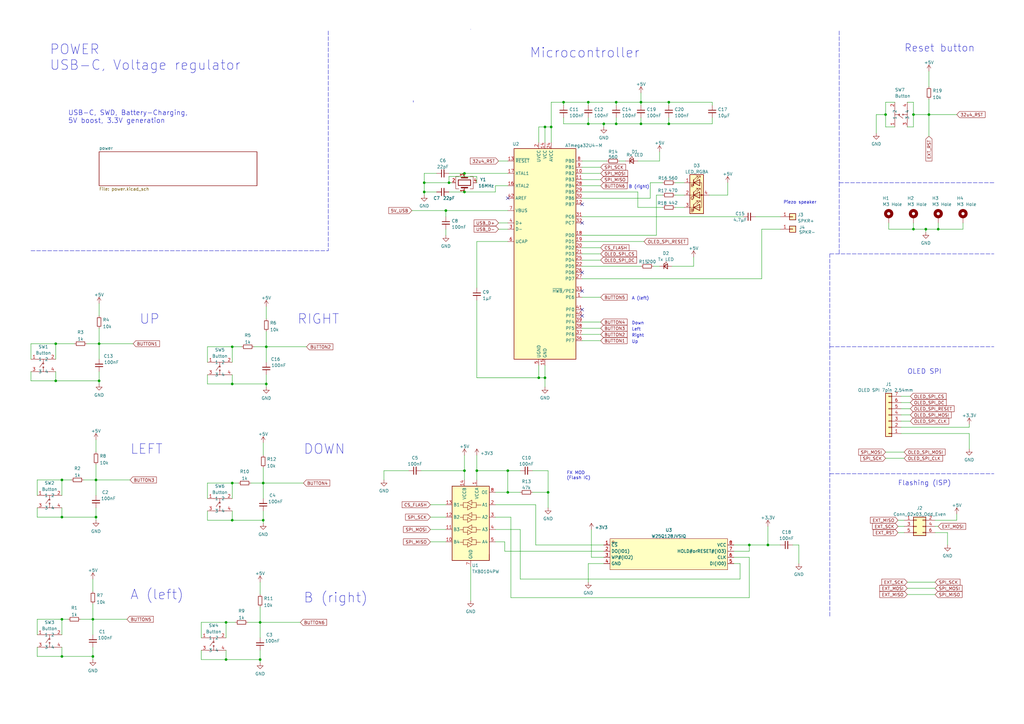
<source format=kicad_sch>
(kicad_sch (version 20211123) (generator eeschema)
  (paper "A3")
  (title_block (title "Arduboy") (date "2022-10-20") (rev "0") (comment 1 "Author: Jacek") (comment 2 "Arduino-based handheld game console") (comment 3 "Check original at arduboy.com") (comment 4 "This is just a tribute"))
  (junction (at 363.22 46.99))
  (junction (at 190.5 193.04))
  (junction (at 40.64 140.97))
  (junction (at 195.58 193.04))
  (junction (at 384.81 93.98))
  (junction (at 173.99 78.74))
  (junction (at 184.15 74.93))
  (junction (at 224.79 201.93))
  (junction (at 208.28 193.04))
  (junction (at 25.4 254))
  (junction (at 95.25 142.24))
  (junction (at 226.06 52.07))
  (junction (at 220.98 154.94))
  (junction (at 25.4 269.24))
  (junction (at 38.1 254))
  (junction (at 106.68 255.27))
  (junction (at 109.22 142.24))
  (junction (at 223.52 52.07))
  (junction (at 25.4 196.85))
  (junction (at 241.3 50.8))
  (junction (at 307.34 223.52))
  (junction (at 247.65 50.8))
  (junction (at 92.71 270.51))
  (junction (at 262.89 41.91))
  (junction (at 241.3 41.91))
  (junction (at 106.68 270.51))
  (junction (at 107.95 213.36))
  (junction (at 107.95 198.12))
  (junction (at 95.25 157.48))
  (junction (at 92.71 255.27))
  (junction (at 40.64 156.21))
  (junction (at 190.5 78.74))
  (junction (at 95.25 213.36))
  (junction (at 231.14 41.91))
  (junction (at 182.88 86.36))
  (junction (at 252.73 41.91))
  (junction (at 381 46.99))
  (junction (at 173.99 74.93))
  (junction (at 190.5 71.12))
  (junction (at 22.86 140.97))
  (junction (at 39.37 212.09))
  (junction (at 39.37 196.85))
  (junction (at 374.65 46.99))
  (junction (at 38.1 269.24))
  (junction (at 374.65 93.98))
  (junction (at 109.22 157.48))
  (junction (at 223.52 154.94))
  (junction (at 274.32 50.8))
  (junction (at 22.86 156.21))
  (junction (at 314.96 223.52))
  (junction (at 274.32 41.91))
  (junction (at 208.28 201.93))
  (junction (at 95.25 198.12))
  (junction (at 252.73 50.8))
  (junction (at 379.73 93.98))
  (junction (at 262.89 50.8))
  (junction (at 25.4 212.09))
  (no_connect (at 238.76 83.82))
  (no_connect (at 208.28 81.28))
  (no_connect (at 238.76 111.76))
  (no_connect (at 238.76 91.44))
  (no_connect (at 238.76 129.54))
  (no_connect (at 238.76 119.38))
  (no_connect (at 238.76 127))
  (polyline (pts (xy 344.17 74.93) (xy 344.17 104.14)))
  (polyline (pts (xy 340.36 194.31) (xy 407.67 194.31)))
  (wire (pts (xy 39.37 190.5) (xy 39.37 196.85)))
  (wire (pts (xy 22.86 140.97) (xy 12.7 140.97)))
  (wire (pts (xy 269.24 80.01) (xy 271.78 80.01)))
  (wire (pts (xy 276.86 85.09) (xy 280.67 85.09)))
  (wire (pts (xy 261.62 85.09) (xy 261.62 78.74)))
  (wire (pts (xy 247.65 231.14) (xy 241.3 231.14)))
  (wire (pts (xy 363.22 41.91) (xy 363.22 46.99)))
  (wire (pts (xy 95.25 157.48) (xy 109.22 157.48)))
  (wire (pts (xy 292.1 43.18) (xy 292.1 41.91)))
  (wire (pts (xy 397.51 177.8) (xy 397.51 184.15)))
  (wire (pts (xy 193.04 232.41) (xy 193.04 246.38)))
  (wire (pts (xy 374.65 46.99) (xy 381 46.99)))
  (wire (pts (xy 372.11 238.76) (xy 383.54 238.76)))
  (wire (pts (xy 252.73 48.26) (xy 252.73 50.8)))
  (wire (pts (xy 298.45 80.01) (xy 298.45 74.93)))
  (polyline (pts (xy 340.36 104.14) (xy 407.67 104.14)))
  (wire (pts (xy 22.86 140.97) (xy 22.86 147.32)))
  (polyline (pts (xy 193.006 11.9694) (xy 193.04 11.9694)))
  (wire (pts (xy 241.3 231.14) (xy 241.3 238.76)))
  (wire (pts (xy 372.11 241.3) (xy 383.54 241.3)))
  (wire (pts (xy 39.37 212.09) (xy 39.37 213.36)))
  (wire (pts (xy 238.76 88.9) (xy 304.8 88.9)))
  (wire (pts (xy 195.58 74.93) (xy 195.58 72.39)))
  (wire (pts (xy 106.68 255.27) (xy 106.68 261.62)))
  (wire (pts (xy 173.99 74.93) (xy 173.99 78.74)))
  (wire (pts (xy 184.15 72.39) (xy 184.15 74.93)))
  (wire (pts (xy 314.96 223.52) (xy 307.34 223.52)))
  (wire (pts (xy 223.52 52.07) (xy 226.06 52.07)))
  (wire (pts (xy 38.1 265.43) (xy 38.1 269.24)))
  (wire (pts (xy 107.95 191.77) (xy 107.95 198.12)))
  (wire (pts (xy 247.65 50.8) (xy 247.65 52.07)))
  (wire (pts (xy 85.09 142.24) (xy 85.09 148.59)))
  (wire (pts (xy 176.53 207.01) (xy 182.88 207.01)))
  (wire (pts (xy 261.62 66.04) (xy 270.51 66.04)))
  (wire (pts (xy 167.64 193.04) (xy 157.48 193.04)))
  (wire (pts (xy 238.76 132.08) (xy 246.38 132.08)))
  (wire (pts (xy 207.01 222.25) (xy 203.2 222.25)))
  (wire (pts (xy 107.95 198.12) (xy 124.46 198.12)))
  (wire (pts (xy 195.58 99.06) (xy 195.58 118.11)))
  (wire (pts (xy 106.68 255.27) (xy 123.19 255.27)))
  (wire (pts (xy 15.24 269.24) (xy 15.24 265.43)))
  (wire (pts (xy 25.4 196.85) (xy 15.24 196.85)))
  (wire (pts (xy 300.99 226.06) (xy 307.34 226.06)))
  (wire (pts (xy 247.65 50.8) (xy 252.73 50.8)))
  (wire (pts (xy 184.15 74.93) (xy 185.42 74.93)))
  (wire (pts (xy 173.99 71.12) (xy 173.99 74.93)))
  (wire (pts (xy 374.65 46.99) (xy 374.65 41.91)))
  (wire (pts (xy 271.78 74.93) (xy 266.7 74.93)))
  (polyline (pts (xy 12.7 102.87) (xy 134.62 102.87)))
  (wire (pts (xy 363.22 52.07) (xy 363.22 46.99)))
  (wire (pts (xy 106.68 238.76) (xy 106.68 243.84)))
  (wire (pts (xy 107.95 209.55) (xy 107.95 213.36)))
  (wire (pts (xy 25.4 212.09) (xy 39.37 212.09)))
  (wire (pts (xy 290.83 80.01) (xy 298.45 80.01)))
  (wire (pts (xy 372.11 52.07) (xy 374.65 52.07)))
  (wire (pts (xy 220.98 154.94) (xy 223.52 154.94)))
  (wire (pts (xy 224.79 193.04) (xy 224.79 201.93)))
  (wire (pts (xy 270.51 66.04) (xy 270.51 62.23)))
  (wire (pts (xy 254 66.04) (xy 256.54 66.04)))
  (wire (pts (xy 381 46.99) (xy 392.43 46.99)))
  (wire (pts (xy 33.02 254) (xy 38.1 254)))
  (wire (pts (xy 176.53 217.17) (xy 182.88 217.17)))
  (wire (pts (xy 238.76 137.16) (xy 246.38 137.16)))
  (wire (pts (xy 374.65 52.07) (xy 374.65 46.99)))
  (wire (pts (xy 12.7 156.21) (xy 12.7 152.4)))
  (wire (pts (xy 241.3 50.8) (xy 247.65 50.8)))
  (wire (pts (xy 231.14 50.8) (xy 241.3 50.8)))
  (wire (pts (xy 179.07 71.12) (xy 173.99 71.12)))
  (wire (pts (xy 173.99 78.74) (xy 173.99 80.01)))
  (wire (pts (xy 220.98 58.42) (xy 220.98 52.07)))
  (wire (pts (xy 266.7 74.93) (xy 266.7 81.28)))
  (wire (pts (xy 25.4 208.28) (xy 25.4 212.09)))
  (wire (pts (xy 314.96 223.52) (xy 320.04 223.52)))
  (wire (pts (xy 274.32 48.26) (xy 274.32 50.8)))
  (wire (pts (xy 213.36 237.49) (xy 213.36 217.17)))
  (wire (pts (xy 92.71 270.51) (xy 82.55 270.51)))
  (wire (pts (xy 109.22 157.48) (xy 109.22 158.75)))
  (wire (pts (xy 231.14 41.91) (xy 241.3 41.91)))
  (wire (pts (xy 369.57 162.56) (xy 373.38 162.56)))
  (polyline (pts (xy 340.36 142.24) (xy 407.67 142.24)))
  (wire (pts (xy 238.76 139.7) (xy 246.38 139.7)))
  (wire (pts (xy 38.1 237.49) (xy 38.1 242.57)))
  (wire (pts (xy 384.81 91.44) (xy 384.81 93.98)))
  (wire (pts (xy 34.29 196.85) (xy 39.37 196.85)))
  (wire (pts (xy 157.48 193.04) (xy 157.48 196.85)))
  (wire (pts (xy 307.34 226.06) (xy 307.34 223.52)))
  (wire (pts (xy 364.49 91.44) (xy 364.49 93.98)))
  (wire (pts (xy 95.25 142.24) (xy 95.25 148.59)))
  (wire (pts (xy 203.2 76.2) (xy 203.2 78.74)))
  (wire (pts (xy 231.14 41.91) (xy 226.06 41.91)))
  (wire (pts (xy 190.5 78.74) (xy 203.2 78.74)))
  (wire (pts (xy 367.03 41.91) (xy 363.22 41.91)))
  (wire (pts (xy 22.86 156.21) (xy 40.64 156.21)))
  (wire (pts (xy 312.42 93.98) (xy 320.04 93.98)))
  (wire (pts (xy 261.62 78.74) (xy 238.76 78.74)))
  (wire (pts (xy 262.89 41.91) (xy 262.89 43.18)))
  (wire (pts (xy 314.96 215.9) (xy 314.96 223.52)))
  (wire (pts (xy 15.24 254) (xy 15.24 260.35)))
  (wire (pts (xy 394.97 93.98) (xy 384.81 93.98)))
  (wire (pts (xy 107.95 213.36) (xy 107.95 214.63)))
  (wire (pts (xy 220.98 52.07) (xy 223.52 52.07)))
  (polyline (pts (xy 169.545 41.275) (xy 169.545 41.91)))
  (wire (pts (xy 92.71 270.51) (xy 106.68 270.51)))
  (polyline (pts (xy 340.36 142.24) (xy 340.36 104.14)))
  (wire (pts (xy 95.25 209.55) (xy 95.25 213.36)))
  (wire (pts (xy 204.47 91.44) (xy 208.28 91.44)))
  (wire (pts (xy 102.87 198.12) (xy 107.95 198.12)))
  (wire (pts (xy 374.65 91.44) (xy 374.65 93.98)))
  (wire (pts (xy 309.88 88.9) (xy 320.04 88.9)))
  (wire (pts (xy 35.56 140.97) (xy 40.64 140.97)))
  (wire (pts (xy 25.4 212.09) (xy 15.24 212.09)))
  (wire (pts (xy 195.58 186.69) (xy 195.58 193.04)))
  (wire (pts (xy 109.22 135.89) (xy 109.22 142.24)))
  (wire (pts (xy 85.09 198.12) (xy 85.09 204.47)))
  (wire (pts (xy 388.62 218.44) (xy 388.62 223.52)))
  (wire (pts (xy 219.71 207.01) (xy 203.2 207.01)))
  (wire (pts (xy 238.76 76.2) (xy 246.38 76.2)))
  (wire (pts (xy 307.34 223.52) (xy 300.99 223.52)))
  (polyline (pts (xy 340.36 252.73) (xy 340.36 142.24)))
  (wire (pts (xy 182.88 86.36) (xy 182.88 88.9)))
  (wire (pts (xy 231.14 48.26) (xy 231.14 50.8)))
  (wire (pts (xy 368.3 215.9) (xy 370.84 215.9)))
  (wire (pts (xy 39.37 180.34) (xy 39.37 185.42)))
  (wire (pts (xy 223.52 154.94) (xy 223.52 158.75)))
  (wire (pts (xy 39.37 196.85) (xy 39.37 203.2)))
  (wire (pts (xy 109.22 153.67) (xy 109.22 157.48)))
  (wire (pts (xy 208.28 201.93) (xy 213.36 201.93)))
  (wire (pts (xy 95.25 213.36) (xy 107.95 213.36)))
  (wire (pts (xy 12.7 140.97) (xy 12.7 147.32)))
  (wire (pts (xy 95.25 142.24) (xy 99.06 142.24)))
  (wire (pts (xy 109.22 142.24) (xy 125.73 142.24)))
  (wire (pts (xy 241.3 48.26) (xy 241.3 50.8)))
  (wire (pts (xy 208.28 99.06) (xy 195.58 99.06)))
  (wire (pts (xy 213.36 217.17) (xy 203.2 217.17)))
  (wire (pts (xy 40.64 156.21) (xy 40.64 157.48)))
  (wire (pts (xy 381 46.99) (xy 381 55.88)))
  (wire (pts (xy 172.72 193.04) (xy 190.5 193.04)))
  (wire (pts (xy 307.34 245.11) (xy 209.55 245.11)))
  (wire (pts (xy 104.14 142.24) (xy 109.22 142.24)))
  (wire (pts (xy 25.4 269.24) (xy 38.1 269.24)))
  (wire (pts (xy 85.09 213.36) (xy 85.09 209.55)))
  (wire (pts (xy 106.68 248.92) (xy 106.68 255.27)))
  (wire (pts (xy 25.4 265.43) (xy 25.4 269.24)))
  (wire (pts (xy 218.44 193.04) (xy 224.79 193.04)))
  (wire (pts (xy 238.76 73.66) (xy 246.38 73.66)))
  (wire (pts (xy 292.1 41.91) (xy 274.32 41.91)))
  (wire (pts (xy 238.76 106.68) (xy 246.38 106.68)))
  (wire (pts (xy 372.11 243.84) (xy 383.54 243.84)))
  (wire (pts (xy 238.76 134.62) (xy 246.38 134.62)))
  (wire (pts (xy 92.71 255.27) (xy 82.55 255.27)))
  (wire (pts (xy 22.86 140.97) (xy 30.48 140.97)))
  (wire (pts (xy 223.52 149.86) (xy 223.52 154.94)))
  (wire (pts (xy 168.91 86.36) (xy 182.88 86.36)))
  (wire (pts (xy 40.64 140.97) (xy 54.61 140.97)))
  (polyline (pts (xy 344.17 12.7) (xy 344.17 74.93)))
  (wire (pts (xy 226.06 52.07) (xy 226.06 58.42)))
  (wire (pts (xy 184.15 78.74) (xy 190.5 78.74)))
  (wire (pts (xy 106.68 266.7) (xy 106.68 270.51)))
  (wire (pts (xy 241.3 43.18) (xy 241.3 41.91)))
  (wire (pts (xy 238.76 68.58) (xy 246.38 68.58)))
  (wire (pts (xy 303.53 237.49) (xy 213.36 237.49)))
  (wire (pts (xy 238.76 114.3) (xy 312.42 114.3)))
  (wire (pts (xy 106.68 270.51) (xy 106.68 271.78)))
  (wire (pts (xy 247.65 226.06) (xy 207.01 226.06)))
  (wire (pts (xy 374.65 93.98) (xy 379.73 93.98)))
  (wire (pts (xy 40.64 152.4) (xy 40.64 156.21)))
  (wire (pts (xy 327.66 231.14) (xy 327.66 223.52)))
  (wire (pts (xy 224.79 201.93) (xy 224.79 208.28)))
  (wire (pts (xy 190.5 71.12) (xy 208.28 71.12)))
  (wire (pts (xy 195.58 72.39) (xy 184.15 72.39)))
  (wire (pts (xy 247.65 223.52) (xy 219.71 223.52)))
  (wire (pts (xy 182.88 93.98) (xy 182.88 96.52)))
  (wire (pts (xy 327.66 223.52) (xy 325.12 223.52)))
  (wire (pts (xy 92.71 255.27) (xy 96.52 255.27)))
  (wire (pts (xy 15.24 212.09) (xy 15.24 208.28)))
  (wire (pts (xy 374.65 41.91) (xy 372.11 41.91)))
  (wire (pts (xy 195.58 123.19) (xy 195.58 154.94)))
  (wire (pts (xy 292.1 50.8) (xy 274.32 50.8)))
  (wire (pts (xy 271.78 85.09) (xy 261.62 85.09)))
  (wire (pts (xy 252.73 50.8) (xy 262.89 50.8)))
  (wire (pts (xy 383.54 215.9) (xy 384.81 215.9)))
  (wire (pts (xy 238.76 109.22) (xy 262.89 109.22)))
  (wire (pts (xy 383.54 218.44) (xy 388.62 218.44)))
  (wire (pts (xy 39.37 208.28) (xy 39.37 212.09)))
  (wire (pts (xy 25.4 254) (xy 27.94 254)))
  (wire (pts (xy 238.76 66.04) (xy 248.92 66.04)))
  (wire (pts (xy 38.1 254) (xy 38.1 260.35)))
  (wire (pts (xy 109.22 142.24) (xy 109.22 148.59)))
  (wire (pts (xy 107.95 198.12) (xy 107.95 204.47)))
  (wire (pts (xy 275.59 109.22) (xy 284.48 109.22)))
  (wire (pts (xy 25.4 196.85) (xy 29.21 196.85)))
  (wire (pts (xy 184.15 71.12) (xy 190.5 71.12)))
  (wire (pts (xy 368.3 218.44) (xy 370.84 218.44)))
  (wire (pts (xy 276.86 80.01) (xy 280.67 80.01)))
  (wire (pts (xy 204.47 93.98) (xy 208.28 93.98)))
  (wire (pts (xy 238.76 104.14) (xy 246.38 104.14)))
  (wire (pts (xy 381 40.64) (xy 381 46.99)))
  (wire (pts (xy 363.22 187.96) (xy 370.84 187.96)))
  (wire (pts (xy 109.22 125.73) (xy 109.22 130.81)))
  (wire (pts (xy 95.25 153.67) (xy 95.25 157.48)))
  (wire (pts (xy 231.14 43.18) (xy 231.14 41.91)))
  (wire (pts (xy 95.25 198.12) (xy 97.79 198.12)))
  (wire (pts (xy 300.99 231.14) (xy 303.53 231.14)))
  (wire (pts (xy 369.57 177.8) (xy 397.51 177.8)))
  (wire (pts (xy 383.54 213.36) (xy 392.43 213.36)))
  (wire (pts (xy 82.55 255.27) (xy 82.55 261.62)))
  (wire (pts (xy 208.28 201.93) (xy 208.28 193.04)))
  (wire (pts (xy 40.64 124.46) (xy 40.64 129.54)))
  (wire (pts (xy 40.64 140.97) (xy 40.64 147.32)))
  (wire (pts (xy 173.99 74.93) (xy 184.15 74.93)))
  (wire (pts (xy 218.44 201.93) (xy 224.79 201.93)))
  (wire (pts (xy 190.5 193.04) (xy 190.5 196.85)))
  (wire (pts (xy 238.76 71.12) (xy 246.38 71.12)))
  (wire (pts (xy 238.76 99.06) (xy 264.16 99.06)))
  (wire (pts (xy 226.06 41.91) (xy 226.06 52.07)))
  (wire (pts (xy 369.57 165.1) (xy 373.38 165.1)))
  (wire (pts (xy 82.55 270.51) (xy 82.55 266.7)))
  (wire (pts (xy 195.58 193.04) (xy 208.28 193.04)))
  (wire (pts (xy 22.86 152.4) (xy 22.86 156.21)))
  (wire (pts (xy 238.76 101.6) (xy 246.38 101.6)))
  (wire (pts (xy 195.58 193.04) (xy 195.58 196.85)))
  (wire (pts (xy 276.86 74.93) (xy 280.67 74.93)))
  (wire (pts (xy 274.32 50.8) (xy 262.89 50.8)))
  (wire (pts (xy 359.41 46.99) (xy 359.41 54.61)))
  (wire (pts (xy 176.53 212.09) (xy 182.88 212.09)))
  (wire (pts (xy 39.37 196.85) (xy 53.34 196.85)))
  (wire (pts (xy 262.89 41.91) (xy 274.32 41.91)))
  (wire (pts (xy 363.22 185.42) (xy 370.84 185.42)))
  (wire (pts (xy 220.98 149.86) (xy 220.98 154.94)))
  (wire (pts (xy 38.1 247.65) (xy 38.1 254)))
  (wire (pts (xy 203.2 212.09) (xy 209.55 212.09)))
  (wire (pts (xy 274.32 41.91) (xy 274.32 43.18)))
  (wire (pts (xy 369.57 167.64) (xy 373.38 167.64)))
  (wire (pts (xy 267.97 109.22) (xy 270.51 109.22)))
  (wire (pts (xy 394.97 91.44) (xy 394.97 93.98)))
  (wire (pts (xy 392.43 210.82) (xy 392.43 213.36)))
  (wire (pts (xy 307.34 228.6) (xy 307.34 245.11)))
  (wire (pts (xy 85.09 157.48) (xy 85.09 153.67)))
  (wire (pts (xy 38.1 254) (xy 52.07 254)))
  (wire (pts (xy 95.25 142.24) (xy 85.09 142.24)))
  (polyline (pts (xy 407.67 74.93) (xy 344.17 74.93)))
  (wire (pts (xy 25.4 254) (xy 25.4 260.35)))
  (wire (pts (xy 223.52 58.42) (xy 223.52 52.07)))
  (wire (pts (xy 312.42 93.98) (xy 312.42 114.3)))
  (wire (pts (xy 364.49 93.98) (xy 374.65 93.98)))
  (wire (pts (xy 384.81 93.98) (xy 379.73 93.98)))
  (wire (pts (xy 300.99 228.6) (xy 307.34 228.6)))
  (wire (pts (xy 238.76 96.52) (xy 269.24 96.52)))
  (wire (pts (xy 262.89 48.26) (xy 262.89 50.8)))
  (wire (pts (xy 95.25 213.36) (xy 85.09 213.36)))
  (wire (pts (xy 95.25 157.48) (xy 85.09 157.48)))
  (wire (pts (xy 92.71 255.27) (xy 92.71 261.62)))
  (wire (pts (xy 381 29.21) (xy 381 35.56)))
  (wire (pts (xy 92.71 266.7) (xy 92.71 270.51)))
  (wire (pts (xy 242.57 217.17) (xy 242.57 228.6)))
  (wire (pts (xy 208.28 76.2) (xy 203.2 76.2)))
  (wire (pts (xy 95.25 198.12) (xy 95.25 204.47)))
  (wire (pts (xy 179.07 78.74) (xy 173.99 78.74)))
  (wire (pts (xy 195.58 154.94) (xy 220.98 154.94)))
  (wire (pts (xy 25.4 196.85) (xy 25.4 203.2)))
  (wire (pts (xy 25.4 254) (xy 15.24 254)))
  (wire (pts (xy 203.2 201.93) (xy 208.28 201.93)))
  (wire (pts (xy 25.4 269.24) (xy 15.24 269.24)))
  (wire (pts (xy 209.55 245.11) (xy 209.55 212.09)))
  (wire (pts (xy 379.73 93.98) (xy 379.73 95.25)))
  (wire (pts (xy 252.73 43.18) (xy 252.73 41.91)))
  (wire (pts (xy 369.57 172.72) (xy 373.38 172.72)))
  (wire (pts (xy 397.51 173.99) (xy 397.51 175.26)))
  (wire (pts (xy 190.5 186.69) (xy 190.5 193.04)))
  (wire (pts (xy 219.71 223.52) (xy 219.71 207.01)))
  (wire (pts (xy 292.1 48.26) (xy 292.1 50.8)))
  (wire (pts (xy 367.03 52.07) (xy 363.22 52.07)))
  (wire (pts (xy 252.73 41.91) (xy 241.3 41.91)))
  (wire (pts (xy 40.64 134.62) (xy 40.64 140.97)))
  (wire (pts (xy 238.76 121.92) (xy 246.38 121.92)))
  (wire (pts (xy 368.3 213.36) (xy 370.84 213.36)))
  (wire (pts (xy 284.48 109.22) (xy 284.48 105.41)))
  (wire (pts (xy 262.89 38.1) (xy 262.89 41.91)))
  (wire (pts (xy 397.51 175.26) (xy 369.57 175.26)))
  (wire (pts (xy 38.1 269.24) (xy 38.1 270.51)))
  (wire (pts (xy 15.24 196.85) (xy 15.24 203.2)))
  (wire (pts (xy 95.25 198.12) (xy 85.09 198.12)))
  (wire (pts (xy 208.28 86.36) (xy 182.88 86.36)))
  (wire (pts (xy 242.57 228.6) (xy 247.65 228.6)))
  (wire (pts (xy 359.41 46.99) (xy 363.22 46.99)))
  (wire (pts (xy 208.28 193.04) (xy 213.36 193.04)))
  (wire (pts (xy 207.01 226.06) (xy 207.01 222.25)))
  (wire (pts (xy 266.7 81.28) (xy 238.76 81.28)))
  (wire (pts (xy 204.47 66.04) (xy 208.28 66.04)))
  (wire (pts (xy 369.57 170.18) (xy 373.38 170.18)))
  (polyline (pts (xy 134.62 12.7) (xy 134.62 102.87)))
  (wire (pts (xy 107.95 181.61) (xy 107.95 186.69)))
  (wire (pts (xy 22.86 156.21) (xy 12.7 156.21)))
  (wire (pts (xy 176.53 222.25) (xy 182.88 222.25)))
  (wire (pts (xy 269.24 80.01) (xy 269.24 96.52)))
  (wire (pts (xy 303.53 231.14) (xy 303.53 237.49)))
  (wire (pts (xy 252.73 41.91) (xy 262.89 41.91)))
  (wire (pts (xy 101.6 255.27) (xy 106.68 255.27)))
  (text "Reset button" (at 370.84 21.59 0) (effects (font (size 3 3)) (justify left bottom)))
  (text "Right" (at 259.08 138.43 0) (effects (font (size 1.27 1.27)) (justify left bottom)))
  (text "Piezo speaker" (at 321.31 83.82 0) (effects (font (size 1.27 1.27)) (justify left bottom)))
  (text "Left" (at 259.08 135.89 0) (effects (font (size 1.27 1.27)) (justify left bottom)))
  (text "Microcontroller" (at 217.17 24.13 0) (effects (font (size 4 4)) (justify left bottom)))
  (text "LEFT" (at 53.34 186.69 0) (effects (font (size 4 4)) (justify left bottom)))
  (text "B (right)" (at 257.81 77.47 0) (effects (font (size 1.27 1.27)) (justify left bottom)))
  (text "UP" (at 57.15 133.35 0) (effects (font (size 4 4)) (justify left bottom)))
  (text "POWER\nUSB-C, Voltage regulator\n" (at 20.32 29.21 0) (effects (font (size 4 4)) (justify left bottom)))
  (text "Down" (at 259.08 133.35 0) (effects (font (size 1.27 1.27)) (justify left bottom)))
  (text "A (left)" (at 259.08 123.19 0) (effects (font (size 1.27 1.27)) (justify left bottom)))
  (text "FX MOD\n(Flash IC)" (at 232.41 196.85 0) (effects (font (size 1.27 1.27)) (justify left bottom)))
  (text "Up" (at 259.08 140.97 0) (effects (font (size 1.27 1.27)) (justify left bottom)))
  (text "RIGHT" (at 121.92 133.35 0) (effects (font (size 4 4)) (justify left bottom)))
  (text "B (right)" (at 124.46 247.65 0) (effects (font (size 4 4)) (justify left bottom)))
  (text "USB-C, SWD, Battery-Charging,\n5V boost, 3.3V generation" (at 27.94 50.8 0) (effects (font (size 2 2)) (justify left bottom)))
  (text "Flashing (ISP)" (at 368.3 199.39 0) (effects (font (size 2 2)) (justify left bottom)))
  (text "OLED SPI" (at 372.11 153.67 0) (effects (font (size 2 2)) (justify left bottom)))
  (text "A (left)" (at 53.34 246.38 0) (effects (font (size 4 4)) (justify left bottom)))
  (text "DOWN" (at 124.46 186.69 0) (effects (font (size 4 4)) (justify left bottom)))
  (global_label "EXT_MOSI" (shape input) (at 372.11 241.3 180) (property "Intersheet References" "${INTERSHEET_REFS}" (effects hide)))
  (global_label "OLED_SPI_MOSI" (shape input) (at 370.84 185.42 0) (property "Intersheet References" "${INTERSHEET_REFS}" (effects hide)))
  (global_label "USB_D+" (shape input) (at 204.47 91.44 180) (property "Intersheet References" "${INTERSHEET_REFS}" (effects hide)))
  (global_label "BUTTON2" (shape input) (at 246.38 137.16 0) (property "Intersheet References" "${INTERSHEET_REFS}" (effects hide)))
  (global_label "OLED_SPI_CLK" (shape input) (at 373.38 172.72 0) (property "Intersheet References" "${INTERSHEET_REFS}" (effects hide)))
  (global_label "EXT_SCK" (shape input) (at 372.11 238.76 180) (property "Intersheet References" "${INTERSHEET_REFS}" (effects hide)))
  (global_label "BUTTON3" (shape input) (at 53.34 196.85 0) (property "Intersheet References" "${INTERSHEET_REFS}" (effects hide)))
  (global_label "BUTTON4" (shape input) (at 124.46 198.12 0) (property "Intersheet References" "${INTERSHEET_REFS}" (effects hide)))
  (global_label "5V_USB" (shape input) (at 168.91 86.36 180) (property "Intersheet References" "${INTERSHEET_REFS}" (effects hide)))
  (global_label "BUTTON5" (shape input) (at 52.07 254 0) (property "Intersheet References" "${INTERSHEET_REFS}" (effects hide)))
  (global_label "OLED_SPI_RESET" (shape input) (at 373.38 167.64 0) (property "Intersheet References" "${INTERSHEET_REFS}" (effects hide)))
  (global_label "32u4_RST" (shape input) (at 392.43 46.99 0) (property "Intersheet References" "${INTERSHEET_REFS}" (effects hide)))
  (global_label "OLED_SPI_RESET" (shape input) (at 264.16 99.06 0) (property "Intersheet References" "${INTERSHEET_REFS}" (effects hide)))
  (global_label "OLED_SPI_CS" (shape input) (at 246.38 104.14 0) (property "Intersheet References" "${INTERSHEET_REFS}" (effects hide)))
  (global_label "EXT_SCK" (shape input) (at 368.3 215.9 180) (property "Intersheet References" "${INTERSHEET_REFS}" (effects hide)))
  (global_label "SPI_MISO" (shape input) (at 246.38 73.66 0) (property "Intersheet References" "${INTERSHEET_REFS}" (effects hide)))
  (global_label "SPI_MOSI" (shape input) (at 383.54 241.3 0) (property "Intersheet References" "${INTERSHEET_REFS}" (effects hide)))
  (global_label "OLED_SPI_DC" (shape input) (at 246.38 106.68 0) (property "Intersheet References" "${INTERSHEET_REFS}" (effects hide)))
  (global_label "EXT_MISO" (shape input) (at 372.11 243.84 180) (property "Intersheet References" "${INTERSHEET_REFS}" (effects hide)))
  (global_label "BUTTON4" (shape input) (at 246.38 132.08 0) (property "Intersheet References" "${INTERSHEET_REFS}" (effects hide)))
  (global_label "SPI_MISO" (shape input) (at 176.53 222.25 180) (property "Intersheet References" "${INTERSHEET_REFS}" (effects hide)))
  (global_label "BUTTON1" (shape input) (at 246.38 139.7 0) (property "Intersheet References" "${INTERSHEET_REFS}" (effects hide)))
  (global_label "BUTTON2" (shape input) (at 125.73 142.24 0) (property "Intersheet References" "${INTERSHEET_REFS}" (effects hide)))
  (global_label "OLED_SPI_CS" (shape input) (at 373.38 162.56 0) (property "Intersheet References" "${INTERSHEET_REFS}" (effects hide)))
  (global_label "OLED_SPI_MOSI" (shape input) (at 373.38 170.18 0) (property "Intersheet References" "${INTERSHEET_REFS}" (effects hide)))
  (global_label "BUTTON6" (shape input) (at 246.38 76.2 0) (property "Intersheet References" "${INTERSHEET_REFS}" (effects hide)))
  (global_label "EXT_RST" (shape input) (at 368.3 218.44 180) (property "Intersheet References" "${INTERSHEET_REFS}" (effects hide)))
  (global_label "CS_FLASH" (shape input) (at 176.53 207.01 180) (property "Intersheet References" "${INTERSHEET_REFS}" (effects hide)))
  (global_label "CS_FLASH" (shape input) (at 246.38 101.6 0) (property "Intersheet References" "${INTERSHEET_REFS}" (effects hide)))
  (global_label "SPI_MOSI" (shape input) (at 246.38 71.12 0) (property "Intersheet References" "${INTERSHEET_REFS}" (effects hide)))
  (global_label "SPI_MOSI" (shape input) (at 363.22 185.42 180) (property "Intersheet References" "${INTERSHEET_REFS}" (effects hide)))
  (global_label "BUTTON1" (shape input) (at 54.61 140.97 0) (property "Intersheet References" "${INTERSHEET_REFS}" (effects hide)))
  (global_label "32u4_RST" (shape input) (at 204.47 66.04 180) (property "Intersheet References" "${INTERSHEET_REFS}" (effects hide)))
  (global_label "SPI_SCK" (shape input) (at 383.54 238.76 0) (property "Intersheet References" "${INTERSHEET_REFS}" (effects hide)))
  (global_label "USB_D-" (shape input) (at 204.47 93.98 180) (property "Intersheet References" "${INTERSHEET_REFS}" (effects hide)))
  (global_label "SPI_SCK" (shape input) (at 363.22 187.96 180) (property "Intersheet References" "${INTERSHEET_REFS}" (effects hide)))
  (global_label "BUTTON5" (shape input) (at 246.38 121.92 0) (property "Intersheet References" "${INTERSHEET_REFS}" (effects hide)))
  (global_label "EXT_MISO" (shape input) (at 368.3 213.36 180) (property "Intersheet References" "${INTERSHEET_REFS}" (effects hide)))
  (global_label "SPI_SCK" (shape input) (at 176.53 212.09 180) (property "Intersheet References" "${INTERSHEET_REFS}" (effects hide)))
  (global_label "SPI_MISO" (shape input) (at 383.54 243.84 0) (property "Intersheet References" "${INTERSHEET_REFS}" (effects hide)))
  (global_label "OLED_SPI_DC" (shape input) (at 373.38 165.1 0) (property "Intersheet References" "${INTERSHEET_REFS}" (effects hide)))
  (global_label "EXT_RST" (shape input) (at 381 55.88 270) (property "Intersheet References" "${INTERSHEET_REFS}" (effects hide)))
  (global_label "OLED_SPI_CLK" (shape input) (at 370.84 187.96 0) (property "Intersheet References" "${INTERSHEET_REFS}" (effects hide)))
  (global_label "BUTTON6" (shape input) (at 123.19 255.27 0) (property "Intersheet References" "${INTERSHEET_REFS}" (effects hide)))
  (global_label "SPI_SCK" (shape input) (at 246.38 68.58 0) (property "Intersheet References" "${INTERSHEET_REFS}" (effects hide)))
  (global_label "BUTTON3" (shape input) (at 246.38 134.62 0) (property "Intersheet References" "${INTERSHEET_REFS}" (effects hide)))
  (global_label "EXT_MOSI" (shape input) (at 384.81 215.9 0) (property "Intersheet References" "${INTERSHEET_REFS}" (effects hide)))
  (global_label "SPI_MOSI" (shape input) (at 176.53 217.17 180) (property "Intersheet References" "${INTERSHEET_REFS}" (effects hide)))
  (symbol (lib_id "power:GND") (at 397.51 184.15 0) (unit 1)
    (property "Reference" "#PWR034" (effects hide))
    (property "Value" "GND" (at 397.51 188.5934 0))
  )
  (symbol (lib_id "Device:R_Small") (at 40.64 132.08 180) (unit 1)
    (property "Reference" "R4" (at 42.1386 131.1715 0) (effects (justify right)))
    (property "Value" "10k" (at 42.1386 133.9466 0) (effects (justify right)))
    (property "Footprint" "Resistor_SMD:R_0603_1608Metric_Pad0.98x0.95mm_HandSolder" (effects hide))
    (property "Link" "https://www.lcsc.com/product-detail/Chip-Resistor-Surface-Mount_UNI-ROYAL-Uniroyal-Elec-0805W8F1002T5E_C17414.html" (effects hide))
  )
  (symbol (lib_id "Device:C_Small") (at 252.73 45.72 0) (unit 1)
    (property "Reference" "C14" (at 255.0541 44.8916 0) (effects (justify left)))
    (property "Value" "100nF" (at 255.0541 47.4285 0) (effects (justify left)))
    (property "Footprint" "Capacitor_SMD:C_0603_1608Metric_Pad1.08x0.95mm_HandSolder" (effects hide))
  )
  (symbol (lib_id "power:GND") (at 388.62 223.52 0) (unit 1)
    (property "Reference" "#PWR031" (effects hide))
    (property "Value" "GND" (at 388.62 227.9634 0))
  )
  (symbol (lib_id "power:GND") (at 109.22 158.75 0) (unit 1)
    (property "Reference" "#PWR042" (effects hide))
    (property "Value" "GND" (at 109.22 163.3125 0))
  )
  (symbol (lib_id "Device:C_Small") (at 182.88 91.44 0) (unit 1)
    (property "Reference" "C8" (at 185.2041 90.6116 0) (effects (justify left)))
    (property "Value" "100nF" (at 185.2041 93.1485 0) (effects (justify left)))
    (property "Footprint" "Capacitor_SMD:C_0603_1608Metric_Pad1.08x0.95mm_HandSolder" (effects hide))
  )
  (symbol (lib_id "Device:R_Small") (at 33.02 140.97 90) (unit 1)
    (property "Reference" "R3" (at 33.02 136.2669 90))
    (property "Value" "1k" (at 33.02 139.042 90))
    (property "Footprint" "Resistor_SMD:R_0603_1608Metric_Pad0.98x0.95mm_HandSolder" (effects hide))
    (property "Link" "https://www.lcsc.com/product-detail/Chip-Resistor-Surface-Mount_FOJAN-FRC0805F1001TS_C2907232.html" (effects hide))
  )
  (symbol (lib_id "Device:LED_Small") (at 273.05 109.22 0) (unit 1)
    (property "Reference" "D2" (at 273.1135 103.8692 0))
    (property "Value" "Tx LED" (at 273.1135 106.4061 0))
    (property "Footprint" "LED_SMD:LED_0805_2012Metric_Pad1.15x1.40mm_HandSolder" (effects hide))
  )
  (symbol (lib_id "LCSC_Lib:TSC005A1732A") (at 369.57 46.99 90) (unit 1)
    (property "Reference" "SW7" (at 367.03 36.8331 90) (effects (justify right)))
    (property "Value" "Button" (at 367.03 39.37 90) (effects (justify right)))
    (property "Footprint" "LCSC_Lib:SW-SMD_4P-L5.2-W5.2-P3.70-LS6.4" (effects hide))
    (property "Manufacturer" "BZCN(博众电气)" (effects hide))
    (property "LCSC Part" "C2888878" (effects hide))
    (property "JLC Part" "Extended Part" (effects hide))
  )
  (symbol (lib_id "Connector_Generic:Conn_01x01") (at 325.12 88.9 0) (unit 1)
    (property "Reference" "J3" (at 327.152 88.0653 0) (effects (justify left)))
    (property "Value" "SPKR+" (at 327.152 90.6022 0) (effects (justify left)))
    (property "Footprint" "TestPoint:TestPoint_Pad_4.0x4.0mm" (effects hide))
  )
  (symbol (lib_id "Device:R_Small") (at 251.46 66.04 90) (unit 1)
    (property "Reference" "R14" (at 251.46 62.23 90))
    (property "Value" "560" (at 251.4751 64.3289 90))
    (property "Footprint" "Resistor_SMD:R_0603_1608Metric_Pad0.98x0.95mm_HandSolder" (effects hide))
  )
  (symbol (lib_id "Device:R_Small") (at 106.68 246.38 180) (unit 1)
    (property "Reference" "R11" (at 108.1786 245.4715 0) (effects (justify right)))
    (property "Value" "10k" (at 108.1786 248.2466 0) (effects (justify right)))
    (property "Footprint" "Resistor_SMD:R_0603_1608Metric_Pad0.98x0.95mm_HandSolder" (effects hide))
    (property "Link" "https://www.lcsc.com/product-detail/Chip-Resistor-Surface-Mount_UNI-ROYAL-Uniroyal-Elec-0805W8F1002T5E_C17414.html" (effects hide))
  )
  (symbol (lib_id "LCSC_Lib:TSC005A1732A") (at 17.78 149.86 0) (unit 1)
    (property "Reference" "SW1" (at 17.78 142.24 0))
    (property "Value" "Button" (at 17.78 144.7769 0))
    (property "Footprint" "LCSC_Lib:SW-SMD_4P-L5.2-W5.2-P3.70-LS6.4" (effects hide))
    (property "Manufacturer" "BZCN(博众电气)" (effects hide))
    (property "LCSC Part" "C2888878" (effects hide))
    (property "JLC Part" "Extended Part" (effects hide))
  )
  (symbol (lib_id "Device:R_Small") (at 39.37 187.96 180) (unit 1)
    (property "Reference" "R8" (at 40.8686 187.0515 0) (effects (justify right)))
    (property "Value" "10k" (at 40.8686 189.8266 0) (effects (justify right)))
    (property "Footprint" "Resistor_SMD:R_0603_1608Metric_Pad0.98x0.95mm_HandSolder" (effects hide))
    (property "Link" "https://www.lcsc.com/product-detail/Chip-Resistor-Surface-Mount_UNI-ROYAL-Uniroyal-Elec-0805W8F1002T5E_C17414.html" (effects hide))
  )
  (symbol (lib_id "Device:R_Small") (at 38.1 245.11 180) (unit 1)
    (property "Reference" "R7" (at 39.5986 244.2015 0) (effects (justify right)))
    (property "Value" "10k" (at 39.5986 246.9766 0) (effects (justify right)))
    (property "Footprint" "Resistor_SMD:R_0603_1608Metric_Pad0.98x0.95mm_HandSolder" (effects hide))
    (property "Link" "https://www.lcsc.com/product-detail/Chip-Resistor-Surface-Mount_UNI-ROYAL-Uniroyal-Elec-0805W8F1002T5E_C17414.html" (effects hide))
  )
  (symbol (lib_id "Device:C_Small") (at 106.68 264.16 180) (unit 1)
    (property "Reference" "C3" (at 110.49 260.35 0))
    (property "Value" "100nF" (at 111.76 262.89 0))
    (property "Footprint" "Capacitor_SMD:C_0603_1608Metric_Pad1.08x0.95mm_HandSolder" (effects hide))
    (property "Link" "https://www.lcsc.com/product-detail/Multilayer-Ceramic-Capacitors-MLCC-SMD-SMT_CCTC-TCC0805X7R104K500DT_C282732.html" (effects hide))
  )
  (symbol (lib_id "power:GND") (at 223.52 158.75 0) (unit 1)
    (property "Reference" "#PWR017" (effects hide))
    (property "Value" "GND" (at 223.52 163.1934 0))
  )
  (symbol (lib_id "power:+5V") (at 284.48 105.41 0) (unit 1)
    (property "Reference" "#PWR023" (effects hide))
    (property "Value" "+5V" (at 284.48 101.8342 0))
  )
  (symbol (lib_id "power:+5V") (at 392.43 210.82 0) (unit 1)
    (property "Reference" "#PWR028" (effects hide))
    (property "Value" "+5V" (at 392.43 207.2442 0))
  )
  (symbol (lib_id "Mechanical:MountingHole_Pad") (at 394.97 88.9 0) (unit 1)
    (property "Reference" "H4" (at 392.43 81.2831 0) (effects (justify left)))
    (property "Value" "M3 Hole" (at 392.43 83.82 0) (effects (justify left)))
    (property "Footprint" "MountingHole:MountingHole_3.2mm_M3_Pad_Via" (effects hide))
  )
  (symbol (lib_id "LCSC_Lib:W25Q128JVSIQ") (at 274.32 227.33 0) (unit 1)
    (property "Reference" "U3" (at 274.32 217.4072 0))
    (property "Value" "W25Q128JVSIQ" (at 274.32 219.9441 0))
    (property "Footprint" "LCSC_Lib:SOIC-8_L5.3-W5.3-P1.27-LS8.0-BL" (effects hide))
    (property "Datasheet" "https://lcsc.com/product-detail/FLASH_Winbond-Elec-W25Q128JVSIQ_C113767.html" (effects hide))
    (property "Manufacturer" "WINBOND(华邦)" (effects hide))
    (property "LCSC Part" "C113767" (effects hide))
    (property "JLC Part" "Extended Part" (effects hide))
  )
  (symbol (lib_id "Device:C_Small") (at 39.37 205.74 180) (unit 1)
    (property "Reference" "C2" (at 43.18 201.93 0))
    (property "Value" "100nF" (at 44.45 204.47 0))
    (property "Footprint" "Capacitor_SMD:C_0603_1608Metric_Pad1.08x0.95mm_HandSolder" (effects hide))
    (property "Link" "https://www.lcsc.com/product-detail/Multilayer-Ceramic-Capacitors-MLCC-SMD-SMT_CCTC-TCC0805X7R104K500DT_C282732.html" (effects hide))
  )
  (symbol (lib_id "power:+3.3V") (at 195.58 186.69 0) (unit 1)
    (property "Reference" "#PWR016" (effects hide))
    (property "Value" "+3.3V" (at 196.977 185.899 0) (effects (justify left)))
  )
  (symbol (lib_id "Device:C_Small") (at 215.9 193.04 90) (unit 1)
    (property "Reference" "C10" (at 215.9063 187.7781 90))
    (property "Value" "100nF" (at 215.9063 190.315 90))
    (property "Footprint" "Capacitor_SMD:C_0603_1608Metric_Pad1.08x0.95mm_HandSolder" (effects hide))
  )
  (symbol (lib_id "Device:LED_Small") (at 259.08 66.04 0) (unit 1)
    (property "Reference" "D1" (at 260.35 62.23 0))
    (property "Value" "Rx LED" (at 260.35 63.5 0))
    (property "Footprint" "LED_SMD:LED_0805_2012Metric_Pad1.15x1.40mm_HandSolder" (effects hide))
    (property "Datasheet" "https://www.lcsc.com/product-detail/Light-Emitting-Diodes-LED_XINGLIGHT-XL-2012SURC_C965812.html" (effects hide))
  )
  (symbol (lib_id "Device:C_Small") (at 109.22 151.13 180) (unit 1)
    (property "Reference" "C16" (at 113.03 147.32 0))
    (property "Value" "100nF" (at 114.3 149.86 0))
    (property "Footprint" "Capacitor_SMD:C_0603_1608Metric_Pad1.08x0.95mm_HandSolder" (effects hide))
    (property "Link" "https://www.lcsc.com/product-detail/Multilayer-Ceramic-Capacitors-MLCC-SMD-SMT_CCTC-TCC0805X7R104K500DT_C282732.html" (effects hide))
  )
  (symbol (lib_id "Device:C_Small") (at 262.89 45.72 0) (unit 1)
    (property "Reference" "C19" (at 265.2141 44.8916 0) (effects (justify left)))
    (property "Value" "100nF" (at 265.2141 47.4285 0) (effects (justify left)))
    (property "Footprint" "Capacitor_SMD:C_0603_1608Metric_Pad1.08x0.95mm_HandSolder" (effects hide))
  )
  (symbol (lib_id "Device:R_Small") (at 101.6 142.24 90) (unit 1)
    (property "Reference" "R5" (at 101.6 137.5369 90))
    (property "Value" "1k" (at 101.6 140.312 90))
    (property "Footprint" "Resistor_SMD:R_0603_1608Metric_Pad0.98x0.95mm_HandSolder" (effects hide))
    (property "Link" "https://www.lcsc.com/product-detail/Chip-Resistor-Surface-Mount_FOJAN-FRC0805F1001TS_C2907232.html" (effects hide))
  )
  (symbol (lib_id "Device:R_Small") (at 30.48 254 90) (unit 1)
    (property "Reference" "R1" (at 30.48 249.2969 90))
    (property "Value" "1k" (at 30.48 252.072 90))
    (property "Footprint" "Resistor_SMD:R_0603_1608Metric_Pad0.98x0.95mm_HandSolder" (effects hide))
    (property "Link" "https://www.lcsc.com/product-detail/Chip-Resistor-Surface-Mount_FOJAN-FRC0805F1001TS_C2907232.html" (effects hide))
  )
  (symbol (lib_id "power:+5V") (at 298.45 74.93 0) (unit 1)
    (property "Reference" "#PWR024" (effects hide))
    (property "Value" "+5V" (at 298.45 71.3542 0))
  )
  (symbol (lib_id "Connector_Generic:Conn_01x01") (at 325.12 93.98 0) (unit 1)
    (property "Reference" "J4" (at 327.7781 93.2764 0) (effects (justify left)))
    (property "Value" "SPKR-" (at 327.66 95.25 0) (effects (justify left)))
    (property "Footprint" "TestPoint:TestPoint_Pad_4.0x4.0mm" (effects hide))
  )
  (symbol (lib_id "Device:R_Small") (at 381 38.1 180) (unit 1)
    (property "Reference" "R19" (at 382.4986 37.1915 0) (effects (justify right)))
    (property "Value" "10k" (at 382.4986 39.9666 0) (effects (justify right)))
    (property "Footprint" "Resistor_SMD:R_0603_1608Metric_Pad0.98x0.95mm_HandSolder" (effects hide))
    (property "Link" "https://www.lcsc.com/product-detail/Chip-Resistor-Surface-Mount_UNI-ROYAL-Uniroyal-Elec-0805W8F1002T5E_C17414.html" (effects hide))
  )
  (symbol (lib_id "LCSC_Lib:TSC005A1732A") (at 20.32 205.74 0) (unit 1)
    (property "Reference" "SW2" (at 20.32 198.12 0))
    (property "Value" "Button" (at 20.32 200.6569 0))
    (property "Footprint" "LCSC_Lib:SW-SMD_4P-L5.2-W5.2-P3.70-LS6.4" (effects hide))
    (property "Manufacturer" "BZCN(博众电气)" (effects hide))
    (property "LCSC Part" "C2888878" (effects hide))
    (property "JLC Part" "Extended Part" (effects hide))
  )
  (symbol (lib_id "Mechanical:MountingHole_Pad") (at 384.81 88.9 0) (unit 1)
    (property "Reference" "H3" (at 382.27 81.2831 0) (effects (justify left)))
    (property "Value" "M3 Hole" (at 382.27 83.82 0) (effects (justify left)))
    (property "Footprint" "MountingHole:MountingHole_3.2mm_M3_Pad_Via" (effects hide))
  )
  (symbol (lib_id "Device:C_Small") (at 322.58 223.52 90) (unit 1)
    (property "Reference" "C18" (at 322.5863 218.2581 90))
    (property "Value" "100nF" (at 322.5863 220.795 90))
    (property "Footprint" "Capacitor_SMD:C_0603_1608Metric_Pad1.08x0.95mm_HandSolder" (effects hide))
  )
  (symbol (lib_id "Mechanical:MountingHole_Pad") (at 364.49 88.9 0) (unit 1)
    (property "Reference" "H1" (at 361.95 81.2831 0) (effects (justify left)))
    (property "Value" "M3 Hole" (at 361.95 83.82 0) (effects (justify left)))
    (property "Footprint" "MountingHole:MountingHole_3.2mm_M3_Pad_Via" (effects hide))
  )
  (symbol (lib_id "Device:C_Small") (at 231.14 45.72 0) (unit 1)
    (property "Reference" "C11" (at 233.4641 44.8916 0) (effects (justify left)))
    (property "Value" "100nF" (at 233.4641 47.4285 0) (effects (justify left)))
    (property "Footprint" "Capacitor_SMD:C_0603_1608Metric_Pad1.08x0.95mm_HandSolder" (effects hide))
  )
  (symbol (lib_id "Device:C_Small") (at 181.61 78.74 90) (unit 1)
    (property "Reference" "C7" (at 179.07 81.28 90))
    (property "Value" "22pF" (at 184.15 81.28 90))
    (property "Footprint" "Capacitor_SMD:C_0603_1608Metric_Pad1.08x0.95mm_HandSolder" (effects hide))
  )
  (symbol (lib_id "LCSC_Lib:TSC005A1732A") (at 90.17 207.01 0) (unit 1)
    (property "Reference" "SW6" (at 90.17 199.39 0))
    (property "Value" "Button" (at 90.17 201.9269 0))
    (property "Footprint" "LCSC_Lib:SW-SMD_4P-L5.2-W5.2-P3.70-LS6.4" (effects hide))
    (property "Manufacturer" "BZCN(博众电气)" (effects hide))
    (property "LCSC Part" "C2888878" (effects hide))
    (property "JLC Part" "Extended Part" (effects hide))
  )
  (symbol (lib_id "power:GND") (at 182.88 96.52 0) (unit 1)
    (property "Reference" "#PWR013" (effects hide))
    (property "Value" "GND" (at 182.88 100.9634 0))
  )
  (symbol (lib_id "power:GND") (at 38.1 270.51 0) (unit 1)
    (property "Reference" "#PWR02" (effects hide))
    (property "Value" "GND" (at 38.1 275.0725 0))
  )
  (symbol (lib_id "power:GND") (at 359.41 54.61 0) (unit 1)
    (property "Reference" "#PWR027" (effects hide))
    (property "Value" "GND" (at 359.41 59.0534 0))
  )
  (symbol (lib_id "Connector_Generic:Conn_01x07") (at 364.49 170.18 180) (unit 1)
    (property "Reference" "J1" (at 364.49 157.5902 0))
    (property "Value" "OLED SPI 7pin 2.54mm" (at 363.22 160.02 0))
    (property "Footprint" "LCSC_Lib:OLED_7_Pin" (effects hide))
  )
  (symbol (lib_id "Device:R_Small") (at 31.75 196.85 90) (unit 1)
    (property "Reference" "R2" (at 31.75 192.1469 90))
    (property "Value" "1k" (at 31.75 194.922 90))
    (property "Footprint" "Resistor_SMD:R_0603_1608Metric_Pad0.98x0.95mm_HandSolder" (effects hide))
    (property "Link" "https://www.lcsc.com/product-detail/Chip-Resistor-Surface-Mount_FOJAN-FRC0805F1001TS_C2907232.html" (effects hide))
  )
  (symbol (lib_id "Device:C_Small") (at 170.18 193.04 90) (unit 1)
    (property "Reference" "C5" (at 170.1863 187.7781 90))
    (property "Value" "100nF" (at 170.1863 190.315 90))
    (property "Footprint" "Capacitor_SMD:C_0603_1608Metric_Pad1.08x0.95mm_HandSolder" (effects hide))
  )
  (symbol (lib_id "power:GND") (at 193.04 246.38 0) (unit 1)
    (property "Reference" "#PWR015" (effects hide))
    (property "Value" "GND" (at 193.04 250.8234 0))
  )
  (symbol (lib_id "power:GND") (at 379.73 95.25 0) (unit 1)
    (property "Reference" "#PWR041" (effects hide))
    (property "Value" "GND" (at 379.73 99.6934 0))
  )
  (symbol (lib_id "power:+5V") (at 107.95 181.61 0) (unit 1)
    (property "Reference" "#PWR08" (effects hide))
    (property "Value" "+5V" (at 107.95 178.0342 0))
  )
  (symbol (lib_id "Device:C_Small") (at 40.64 149.86 180) (unit 1)
    (property "Reference" "C13" (at 44.45 146.05 0))
    (property "Value" "100nF" (at 45.72 148.59 0))
    (property "Footprint" "Capacitor_SMD:C_0603_1608Metric_Pad1.08x0.95mm_HandSolder" (effects hide))
    (property "Link" "https://www.lcsc.com/product-detail/Multilayer-Ceramic-Capacitors-MLCC-SMD-SMT_CCTC-TCC0805X7R104K500DT_C282732.html" (effects hide))
  )
  (symbol (lib_id "power:+5V") (at 109.22 125.73 0) (unit 1)
    (property "Reference" "#PWR010" (effects hide))
    (property "Value" "+5V" (at 109.22 122.1542 0))
  )
  (symbol (lib_id "Logic_LevelTranslator:TXB0104PW") (at 193.04 214.63 0) (mirror y) (unit 1)
    (property "Reference" "U1" (at 193.5606 231.9004 0) (effects (justify right)))
    (property "Value" "TXB0104PW" (at 193.5606 234.4373 0) (effects (justify right)))
    (property "Footprint" "Package_SO:TSSOP-14_4.4x5mm_P0.65mm" (effects hide))
    (property "Datasheet" "http://www.ti.com/lit/ds/symlink/txb0104.pdf" (effects hide))
  )
  (symbol (lib_id "power:GND") (at 157.48 196.85 0) (unit 1)
    (property "Reference" "#PWR011" (effects hide))
    (property "Value" "GND" (at 157.48 201.2934 0))
  )
  (symbol (lib_id "power:+5V") (at 270.51 62.23 0) (unit 1)
    (property "Reference" "#PWR022" (effects hide))
    (property "Value" "+5V" (at 270.51 58.6542 0))
  )
  (symbol (lib_id "power:+3.3V") (at 242.57 217.17 0) (unit 1)
    (property "Reference" "#PWR020" (effects hide))
    (property "Value" "+3.3V" (at 243.967 216.3338 0) (effects (justify left)))
  )
  (symbol (lib_id "Device:R_Small") (at 99.06 255.27 90) (unit 1)
    (property "Reference" "R9" (at 99.06 250.5669 90))
    (property "Value" "1k" (at 99.06 253.342 90))
    (property "Footprint" "Resistor_SMD:R_0603_1608Metric_Pad0.98x0.95mm_HandSolder" (effects hide))
    (property "Link" "https://www.lcsc.com/product-detail/Chip-Resistor-Surface-Mount_FOJAN-FRC0805F1001TS_C2907232.html" (effects hide))
  )
  (symbol (lib_id "power:GND") (at 39.37 213.36 0) (unit 1)
    (property "Reference" "#PWR04" (effects hide))
    (property "Value" "GND" (at 39.37 217.9225 0))
  )
  (symbol (lib_id "power:GND") (at 224.79 208.28 0) (unit 1)
    (property "Reference" "#PWR018" (effects hide))
    (property "Value" "GND" (at 224.79 212.7234 0))
  )
  (symbol (lib_id "Device:R_Small") (at 100.33 198.12 90) (unit 1)
    (property "Reference" "R10" (at 100.33 193.4169 90))
    (property "Value" "1k" (at 100.33 196.192 90))
    (property "Footprint" "Resistor_SMD:R_0603_1608Metric_Pad0.98x0.95mm_HandSolder" (effects hide))
    (property "Link" "https://www.lcsc.com/product-detail/Chip-Resistor-Surface-Mount_FOJAN-FRC0805F1001TS_C2907232.html" (effects hide))
  )
  (symbol (lib_id "Device:R_Small") (at 215.9 201.93 90) (unit 1)
    (property "Reference" "R13" (at 215.9 197.4936 90))
    (property "Value" "47k" (at 215.9 200.0305 90))
    (property "Footprint" "Resistor_SMD:R_0603_1608Metric_Pad0.98x0.95mm_HandSolder" (effects hide))
  )
  (symbol (lib_id "Device:C_Small") (at 195.58 120.65 0) (unit 1)
    (property "Reference" "C9" (at 197.9041 119.8216 0) (effects (justify left)))
    (property "Value" "1µF" (at 197.9041 122.3585 0) (effects (justify left)))
    (property "Footprint" "Capacitor_SMD:C_0603_1608Metric_Pad1.08x0.95mm_HandSolder" (effects hide))
  )
  (symbol (lib_id "Device:R_Small") (at 274.32 80.01 90) (unit 1)
    (property "Reference" "R17" (at 271.6867 78.1886 90))
    (property "Value" "470" (at 276.0862 78.1202 90))
    (property "Footprint" "Resistor_SMD:R_0603_1608Metric_Pad0.98x0.95mm_HandSolder" (effects hide))
  )
  (symbol (lib_id "power:+5V") (at 190.5 186.69 0) (unit 1)
    (property "Reference" "#PWR014" (effects hide))
    (property "Value" "+5V" (at 190.5 183.1142 0))
  )
  (symbol (lib_id "power:GND") (at 107.95 214.63 0) (unit 1)
    (property "Reference" "#PWR09" (effects hide))
    (property "Value" "GND" (at 107.95 219.1925 0))
  )
  (symbol (lib_id "power:GND") (at 106.68 271.78 0) (unit 1)
    (property "Reference" "#PWR07" (effects hide))
    (property "Value" "GND" (at 106.68 276.3425 0))
  )
  (symbol (lib_id "power:GND") (at 327.66 231.14 0) (unit 1)
    (property "Reference" "#PWR026" (effects hide))
    (property "Value" "GND" (at 327.66 235.5834 0))
  )
  (symbol (lib_id "MCU_Microchip_ATmega:ATmega32U4-M") (at 223.52 104.14 0) (unit 1)
    (property "Reference" "U2" (at 210.185 59.055 0) (effects (justify left)))
    (property "Value" "ATmega32U4-M" (at 231.775 59.69 0) (effects (justify left)))
    (property "Footprint" "Package_DFN_QFN:QFN-44-1EP_7x7mm_P0.5mm_EP5.2x5.2mm" (effects hide))
    (property "Datasheet" "http://ww1.microchip.com/downloads/en/DeviceDoc/Atmel-7766-8-bit-AVR-ATmega16U4-32U4_Datasheet.pdf" (effects hide))
  )
  (symbol (lib_id "Connector_Generic:Conn_02x03_Odd_Even") (at 375.92 215.9 0) (unit 1)
    (property "Reference" "J2" (at 377.19 208.3902 0))
    (property "Value" "Conn_02x03_Odd_Even" (at 377.19 210.9271 0))
    (property "Footprint" "Connector_PinSocket_2.54mm:PinSocket_2x03_P2.54mm_Vertical" (effects hide))
  )
  (symbol (lib_id "Device:R_Small") (at 274.32 74.93 90) (unit 1)
    (property "Reference" "R16" (at 271.8521 73.061 90))
    (property "Value" "560" (at 276.0862 73.0402 90))
    (property "Footprint" "Resistor_SMD:R_0603_1608Metric_Pad0.98x0.95mm_HandSolder" (effects hide))
  )
  (symbol (lib_id "LCSC_Lib:TSC005A1732A") (at 90.17 151.13 0) (unit 1)
    (property "Reference" "SW5" (at 90.17 143.51 0))
    (property "Value" "Button" (at 90.17 146.0469 0))
    (property "Footprint" "LCSC_Lib:SW-SMD_4P-L5.2-W5.2-P3.70-LS6.4" (effects hide))
    (property "Manufacturer" "BZCN(博众电气)" (effects hide))
    (property "LCSC Part" "C2888878" (effects hide))
    (property "JLC Part" "Extended Part" (effects hide))
  )
  (symbol (lib_id "Device:C_Small") (at 292.1 45.72 0) (unit 1)
    (property "Reference" "C17" (at 294.4241 44.8916 0) (effects (justify left)))
    (property "Value" "10µF" (at 294.4241 47.4285 0) (effects (justify left)))
    (property "Footprint" "Capacitor_SMD:C_0603_1608Metric_Pad1.08x0.95mm_HandSolder" (effects hide))
  )
  (symbol (lib_id "power:GND") (at 173.99 80.01 0) (unit 1)
    (property "Reference" "#PWR012" (effects hide))
    (property "Value" "GND" (at 173.99 84.4534 0))
  )
  (symbol (lib_name "+3.3V_1") (lib_id "power:+3.3V") (at 314.96 215.9 0) (unit 1)
    (property "Reference" "#PWR025" (effects hide))
    (property "Value" "+3.3V" (at 314.96 212.3242 0))
  )
  (symbol (lib_id "Device:C_Small") (at 307.34 88.9 90) (unit 1)
    (property "Reference" "C15" (at 303.53 87.63 90))
    (property "Value" "4.7µF" (at 303.53 90.17 90))
    (property "Footprint" "Capacitor_SMD:C_0603_1608Metric" (effects hide))
  )
  (symbol (lib_id "Device:R_Small") (at 274.32 85.09 90) (unit 1)
    (property "Reference" "R18" (at 271.5765 83.3162 90))
    (property "Value" "442" (at 276.0862 83.2002 90))
    (property "Footprint" "Resistor_SMD:R_0603_1608Metric_Pad0.98x0.95mm_HandSolder" (effects hide))
  )
  (symbol (lib_id "Device:R_Small") (at 107.95 189.23 180) (unit 1)
    (property "Reference" "R12" (at 109.4486 188.3215 0) (effects (justify right)))
    (property "Value" "10k" (at 109.4486 191.0966 0) (effects (justify right)))
    (property "Footprint" "Resistor_SMD:R_0603_1608Metric_Pad0.98x0.95mm_HandSolder" (effects hide))
    (property "Link" "https://www.lcsc.com/product-detail/Chip-Resistor-Surface-Mount_UNI-ROYAL-Uniroyal-Elec-0805W8F1002T5E_C17414.html" (effects hide))
  )
  (symbol (lib_id "LCSC_Lib:TSC005A1732A") (at 20.32 262.89 0) (unit 1)
    (property "Reference" "SW3" (at 20.32 255.27 0))
    (property "Value" "Button" (at 20.32 257.8069 0))
    (property "Footprint" "LCSC_Lib:SW-SMD_4P-L5.2-W5.2-P3.70-LS6.4" (effects hide))
    (property "Manufacturer" "BZCN(博众电气)" (effects hide))
    (property "LCSC Part" "C2888878" (effects hide))
    (property "JLC Part" "Extended Part" (effects hide))
  )
  (symbol (lib_id "Device:Crystal_GND24") (at 190.5 74.93 90) (unit 1)
    (property "Reference" "Y1" (at 198.12 73.66 90))
    (property "Value" "16MHz" (at 199.39 76.2 90))
    (property "Footprint" "LCSC_Lib:CRYSTAL-SMD_4P-L3.2-W2.5-BL" (effects hide))
  )
  (symbol (lib_id "Device:C_Small") (at 274.32 45.72 0) (unit 1)
    (property "Reference" "C20" (at 276.6441 44.8916 0) (effects (justify left)))
    (property "Value" "100nF" (at 276.6441 47.4285 0) (effects (justify left)))
    (property "Footprint" "Capacitor_SMD:C_0603_1608Metric_Pad1.08x0.95mm_HandSolder" (effects hide))
  )
  (symbol (lib_id "Device:R_Small") (at 265.43 109.22 90) (unit 1)
    (property "Reference" "R15" (at 263.8881 107.3302 90))
    (property "Value" "200" (at 267.1962 107.3302 90))
    (property "Footprint" "Resistor_SMD:R_0603_1608Metric_Pad0.98x0.95mm_HandSolder" (effects hide))
  )
  (symbol (lib_id "power:GND") (at 40.64 157.48 0) (unit 1)
    (property "Reference" "#PWR032" (effects hide))
    (property "Value" "GND" (at 40.64 162.0425 0))
  )
  (symbol (lib_id "power:+5V") (at 381 29.21 0) (unit 1)
    (property "Reference" "#PWR030" (effects hide))
    (property "Value" "+5V" (at 381 25.6342 0))
  )
  (symbol (lib_id "power:+5V") (at 40.64 124.46 0) (unit 1)
    (property "Reference" "#PWR05" (effects hide))
    (property "Value" "+5V" (at 40.64 120.8842 0))
  )
  (symbol (lib_name "+3.3V_1") (lib_id "power:+3.3V") (at 397.51 173.99 0) (unit 1)
    (property "Reference" "#PWR033" (effects hide))
    (property "Value" "+3.3V" (at 397.51 170.4142 0))
  )
  (symbol (lib_id "power:GND") (at 241.3 238.76 0) (unit 1)
    (property "Reference" "#PWR019" (effects hide))
    (property "Value" "GND" (at 241.3 243.2034 0))
  )
  (symbol (lib_id "power:+5V") (at 38.1 237.49 0) (unit 1)
    (property "Reference" "#PWR01" (effects hide))
    (property "Value" "+5V" (at 38.1 233.9142 0))
  )
  (symbol (lib_id "Device:LED_RGBA") (at 285.75 80.01 0) (unit 1)
    (property "Reference" "D3" (at 285.75 67.9282 0))
    (property "Value" "LED_RGBA" (at 285.75 70.4651 0))
    (property "Footprint" "LCSC_Lib:LED-ARRAY-SMD_4P-L2.1-W2.1-TL_NH-B2020RGBA" (effects hide))
  )
  (symbol (lib_id "Device:C_Small") (at 241.3 45.72 0) (unit 1)
    (property "Reference" "C12" (at 243.6241 44.8916 0) (effects (justify left)))
    (property "Value" "100nF" (at 243.6241 47.4285 0) (effects (justify left)))
    (property "Footprint" "Capacitor_SMD:C_0603_1608Metric_Pad1.08x0.95mm_HandSolder" (effects hide))
  )
  (symbol (lib_id "Device:C_Small") (at 181.61 71.12 90) (unit 1)
    (property "Reference" "C6" (at 181.6163 65.8581 90))
    (property "Value" "22pF" (at 181.6163 68.395 90))
    (property "Footprint" "Capacitor_SMD:C_0603_1608Metric_Pad1.08x0.95mm_HandSolder" (effects hide))
  )
  (symbol (lib_id "Device:C_Small") (at 38.1 262.89 180) (unit 1)
    (property "Reference" "C1" (at 41.91 259.08 0))
    (property "Value" "100nF" (at 43.18 261.62 0))
    (property "Footprint" "Capacitor_SMD:C_0603_1608Metric_Pad1.08x0.95mm_HandSolder" (effects hide))
    (property "Link" "https://www.lcsc.com/product-detail/Multilayer-Ceramic-Capacitors-MLCC-SMD-SMT_CCTC-TCC0805X7R104K500DT_C282732.html" (effects hide))
  )
  (symbol (lib_id "Device:R_Small") (at 109.22 133.35 180) (unit 1)
    (property "Reference" "R6" (at 110.7186 132.4415 0) (effects (justify right)))
    (property "Value" "10k" (at 110.7186 135.2166 0) (effects (justify right)))
    (property "Footprint" "Resistor_SMD:R_0603_1608Metric_Pad0.98x0.95mm_HandSolder" (effects hide))
    (property "Link" "https://www.lcsc.com/product-detail/Chip-Resistor-Surface-Mount_UNI-ROYAL-Uniroyal-Elec-0805W8F1002T5E_C17414.html" (effects hide))
  )
  (symbol (lib_id "power:+5V") (at 106.68 238.76 0) (unit 1)
    (property "Reference" "#PWR06" (effects hide))
    (property "Value" "+5V" (at 106.68 235.1842 0))
  )
  (symbol (lib_id "LCSC_Lib:TSC005A1732A") (at 87.63 264.16 0) (unit 1)
    (property "Reference" "SW4" (at 87.63 256.54 0))
    (property "Value" "Button" (at 87.63 259.0769 0))
    (property "Footprint" "LCSC_Lib:SW-SMD_4P-L5.2-W5.2-P3.70-LS6.4" (effects hide))
    (property "Manufacturer" "BZCN(博众电气)" (effects hide))
    (property "LCSC Part" "C2888878" (effects hide))
    (property "JLC Part" "Extended Part" (effects hide))
  )
  (symbol (lib_id "Mechanical:MountingHole_Pad") (at 374.65 88.9 0) (unit 1)
    (property "Reference" "H2" (at 372.11 81.2831 0) (effects (justify left)))
    (property "Value" "M3 Hole" (at 372.11 83.82 0) (effects (justify left)))
    (property "Footprint" "MountingHole:MountingHole_3.2mm_M3_Pad_Via" (effects hide))
  )
  (symbol (lib_id "power:GND") (at 247.65 52.07 0) (unit 1)
    (property "Reference" "#PWR0105" (effects hide))
    (property "Value" "GND" (at 247.65 56.5134 0))
  )
  (symbol (lib_id "power:+5V") (at 39.37 180.34 0) (unit 1)
    (property "Reference" "#PWR03" (effects hide))
    (property "Value" "+5V" (at 39.37 176.7642 0))
  )
  (symbol (lib_id "power:+5V") (at 262.89 38.1 0) (unit 1)
    (property "Reference" "#PWR021" (effects hide))
    (property "Value" "+5V" (at 262.89 34.5242 0))
  )
  (symbol (lib_id "Device:C_Small") (at 107.95 207.01 180) (unit 1)
    (property "Reference" "C4" (at 111.76 203.2 0))
    (property "Value" "100nF" (at 113.03 205.74 0))
    (property "Footprint" "Capacitor_SMD:C_0603_1608Metric_Pad1.08x0.95mm_HandSolder" (effects hide))
    (property "Link" "https://www.lcsc.com/product-detail/Multilayer-Ceramic-Capacitors-MLCC-SMD-SMT_CCTC-TCC0805X7R104K500DT_C282732.html" (effects hide))
  )
  (sheet (at 40.64 62.23) (size 64.77 13.97) (stroke (width 0.1524))
    (property "Sheet name" "power" (at 40.64 61.5184 0) (effects (justify left bottom)))
    (property "Sheet file" "power.kicad_sch" (at 40.64 76.7846 0) (effects (justify left top)))
  )
)
</source>
